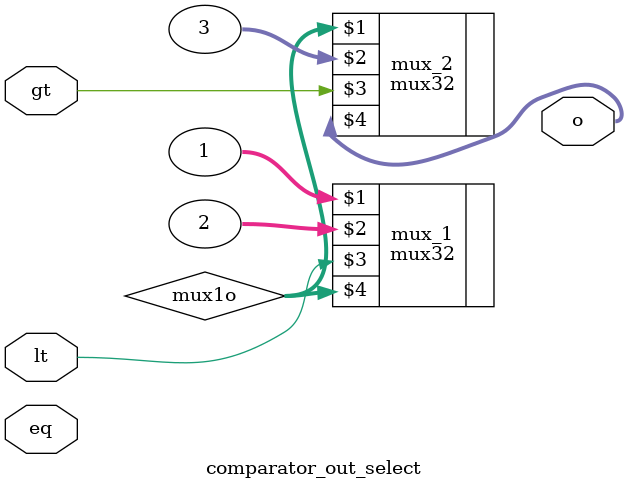
<source format=v>
module comparator_out_select(gt,eq,lt,o);


input gt,eq,lt;
output [31:0] o;
wire [31:0] mux1o;

mux32 mux_1 (32'b1,32'b10,lt,mux1o),
		mux_2 (mux1o,32'b11,gt,o);

endmodule
</source>
